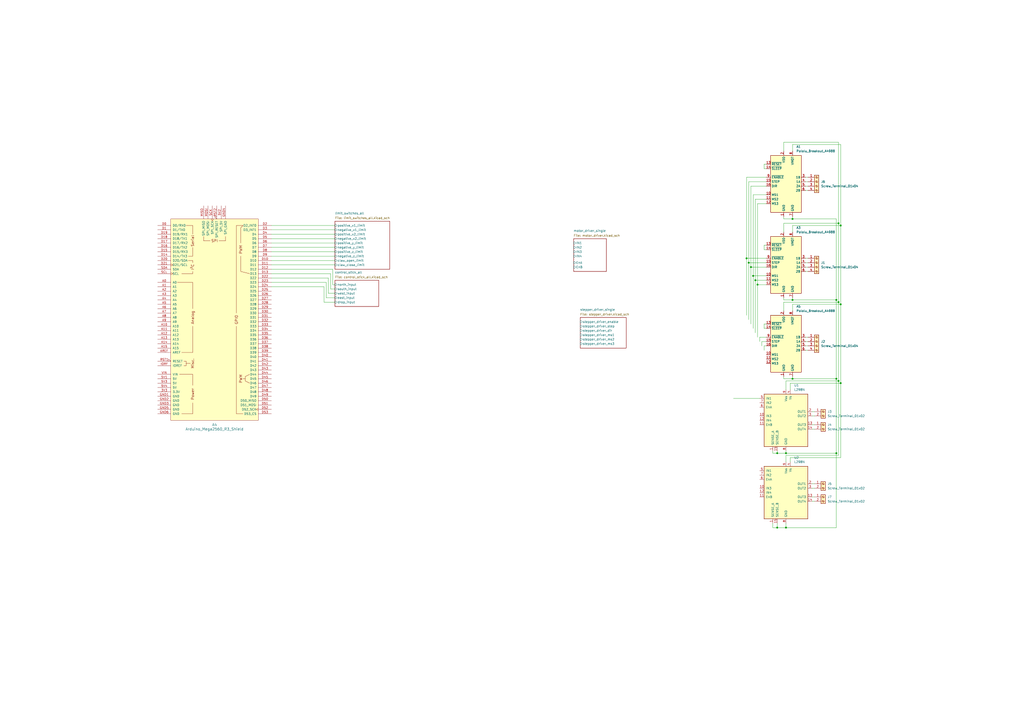
<source format=kicad_sch>
(kicad_sch (version 20230121) (generator eeschema)
  (paper "A2")
  (lib_symbols
    (symbol "Connector:Screw_Terminal_01x02" (pin_names (offset 1.016) hide)
      (property "Reference" "J" (at 0 2.54 0))
      (property "Value" "Screw_Terminal_01x02" (at 0 -5.08 0))
      (symbol "Screw_Terminal_01x02_1_1"
        (rectangle (start -1.27 1.27) (end 1.27 -3.81) (stroke (width 0.254)) (fill (type background)))
        (circle (center 0 -2.54) (radius 0.635) (stroke (width 0.1524)))
        (polyline (pts (xy -0.5334 -2.2098) (xy 0.3302 -3.048)) (stroke (width 0.1524)))
        (polyline (pts (xy -0.5334 0.3302) (xy 0.3302 -0.508)) (stroke (width 0.1524)))
        (polyline (pts (xy -0.3556 -2.032) (xy 0.508 -2.8702)) (stroke (width 0.1524)))
        (polyline (pts (xy -0.3556 0.508) (xy 0.508 -0.3302)) (stroke (width 0.1524)))
        (circle (center 0 0) (radius 0.635) (stroke (width 0.1524)))
        (pin passive line (at -5.08 0 0) (length 3.81) (name "Pin_1") (number "1"))
        (pin passive line (at -5.08 -2.54 0) (length 3.81) (name "Pin_2") (number "2"))
      )
    )
    (symbol "Connector:Screw_Terminal_01x04" (pin_names (offset 1.016) hide)
      (property "Reference" "J" (at 0 5.08 0))
      (property "Value" "Screw_Terminal_01x04" (at 0 -7.62 0))
      (symbol "Screw_Terminal_01x04_1_1"
        (rectangle (start -1.27 3.81) (end 1.27 -6.35) (stroke (width 0.254)) (fill (type background)))
        (circle (center 0 -5.08) (radius 0.635) (stroke (width 0.1524)))
        (circle (center 0 -2.54) (radius 0.635) (stroke (width 0.1524)))
        (polyline (pts (xy -0.5334 -4.7498) (xy 0.3302 -5.588)) (stroke (width 0.1524)))
        (polyline (pts (xy -0.5334 -2.2098) (xy 0.3302 -3.048)) (stroke (width 0.1524)))
        (polyline (pts (xy -0.5334 0.3302) (xy 0.3302 -0.508)) (stroke (width 0.1524)))
        (polyline (pts (xy -0.5334 2.8702) (xy 0.3302 2.032)) (stroke (width 0.1524)))
        (polyline (pts (xy -0.3556 -4.572) (xy 0.508 -5.4102)) (stroke (width 0.1524)))
        (polyline (pts (xy -0.3556 -2.032) (xy 0.508 -2.8702)) (stroke (width 0.1524)))
        (polyline (pts (xy -0.3556 0.508) (xy 0.508 -0.3302)) (stroke (width 0.1524)))
        (polyline (pts (xy -0.3556 3.048) (xy 0.508 2.2098)) (stroke (width 0.1524)))
        (circle (center 0 0) (radius 0.635) (stroke (width 0.1524)))
        (circle (center 0 2.54) (radius 0.635) (stroke (width 0.1524)))
        (pin passive line (at -5.08 2.54 0) (length 3.81) (name "Pin_1") (number "1"))
        (pin passive line (at -5.08 0 0) (length 3.81) (name "Pin_2") (number "2"))
        (pin passive line (at -5.08 -2.54 0) (length 3.81) (name "Pin_3") (number "3"))
        (pin passive line (at -5.08 -5.08 0) (length 3.81) (name "Pin_4") (number "4"))
      )
    )
    (symbol "Device:R_US" (pin_numbers hide) (pin_names (offset 0))
      (property "Reference" "R" (at 2.54 0 90))
      (property "Value" "R_US" (at -2.54 0 90))
      (symbol "R_US_0_1"
        (polyline (pts (xy 0 -2.286) (xy 0 -2.54)))
        (polyline (pts (xy 0 2.286) (xy 0 2.54)))
        (polyline (pts (xy 0 -0.762) (xy 1.016 -1.143) (xy 0 -1.524) (xy -1.016 -1.905) (xy 0 -2.286)))
        (polyline (pts (xy 0 0.762) (xy 1.016 0.381) (xy 0 0) (xy -1.016 -0.381) (xy 0 -0.762)))
        (polyline (pts (xy 0 2.286) (xy 1.016 1.905) (xy 0 1.524) (xy -1.016 1.143) (xy 0 0.762)))
      )
      (symbol "R_US_1_1"
        (pin passive line (at 0 3.81 270) (length 1.27) (name "~") (number "1"))
        (pin passive line (at 0 -3.81 90) (length 1.27) (name "~") (number "2"))
      )
    )
    (symbol "Driver_Motor:L298N" (pin_names (offset 1.016))
      (property "Reference" "U" (at -10.16 16.51 0))
      (property "Value" "L298N" (at 12.7 16.51 0))
      (symbol "L298N_0_1"
        (rectangle (start -12.7 15.24) (end 12.7 -15.24) (stroke (width 0.254)) (fill (type background)))
      )
      (symbol "L298N_1_1"
        (pin power_in line (at -7.62 -17.78 90) (length 2.54) (name "SENSE_A") (number "1"))
        (pin input line (at -15.24 2.54 0) (length 2.54) (name "IN3") (number "10"))
        (pin input line (at -15.24 -2.54 0) (length 2.54) (name "EnB") (number "11"))
        (pin input line (at -15.24 0 0) (length 2.54) (name "IN4") (number "12"))
        (pin output line (at 15.24 -2.54 180) (length 2.54) (name "OUT3") (number "13"))
        (pin output line (at 15.24 -5.08 180) (length 2.54) (name "OUT4") (number "14"))
        (pin power_in line (at -5.08 -17.78 90) (length 2.54) (name "SENSE_B") (number "15"))
        (pin output line (at 15.24 5.08 180) (length 2.54) (name "OUT1") (number "2"))
        (pin output line (at 15.24 2.54 180) (length 2.54) (name "OUT2") (number "3"))
        (pin power_in line (at 2.54 17.78 270) (length 2.54) (name "Vs") (number "4"))
        (pin input line (at -15.24 12.7 0) (length 2.54) (name "IN1") (number "5"))
        (pin input line (at -15.24 7.62 0) (length 2.54) (name "EnA") (number "6"))
        (pin input line (at -15.24 10.16 0) (length 2.54) (name "IN2") (number "7"))
        (pin power_in line (at 0 -17.78 90) (length 2.54) (name "GND") (number "8"))
        (pin power_in line (at 0 17.78 270) (length 2.54) (name "Vss") (number "9"))
      )
    )
    (symbol "Driver_Motor:Pololu_Breakout_A4988"
      (property "Reference" "A" (at -2.54 19.05 0))
      (property "Value" "Pololu_Breakout_A4988" (at -2.54 16.51 0))
      (symbol "Pololu_Breakout_A4988_0_1"
        (rectangle (start 10.16 -17.78) (end -7.62 15.24) (stroke (width 0.254)) (fill (type background)))
      )
      (symbol "Pololu_Breakout_A4988_1_1"
        (pin power_in line (at 0 -20.32 90) (length 2.54) (name "GND") (number "1"))
        (pin input line (at -10.16 -7.62 0) (length 2.54) (name "MS1") (number "10"))
        (pin input line (at -10.16 -10.16 0) (length 2.54) (name "MS2") (number "11"))
        (pin input line (at -10.16 -12.7 0) (length 2.54) (name "MS3") (number "12"))
        (pin input line (at -10.16 10.16 0) (length 2.54) (name "~{RESET}") (number "13"))
        (pin input line (at -10.16 7.62 0) (length 2.54) (name "~{SLEEP}") (number "14"))
        (pin input line (at -10.16 0 0) (length 2.54) (name "STEP") (number "15"))
        (pin input line (at -10.16 -2.54 0) (length 2.54) (name "DIR") (number "16"))
        (pin power_in line (at 0 17.78 270) (length 2.54) (name "VDD") (number "2"))
        (pin output line (at 12.7 2.54 180) (length 2.54) (name "1B") (number "3"))
        (pin output line (at 12.7 0 180) (length 2.54) (name "1A") (number "4"))
        (pin output line (at 12.7 -2.54 180) (length 2.54) (name "2A") (number "5"))
        (pin output line (at 12.7 -5.08 180) (length 2.54) (name "2B") (number "6"))
        (pin power_in line (at 5.08 -20.32 90) (length 2.54) (name "GND") (number "7"))
        (pin power_in line (at 5.08 17.78 270) (length 2.54) (name "VMOT") (number "8"))
        (pin input line (at -10.16 2.54 0) (length 2.54) (name "~{ENABLE}") (number "9"))
      )
    )
    (symbol "PCM_arduino-library:Arduino_Mega2560_R3_Shield" (pin_names (offset 1.016))
      (property "Reference" "A" (at 0 -62.23 0))
      (property "Value" "Arduino_Mega2560_R3_Shield" (at 0 -66.04 0))
      (symbol "Arduino_Mega2560_R3_Shield_0_0"
        (rectangle (start -25.4 -58.42) (end 25.4 58.42) (fill (type background)))
        (rectangle (start -20.32 -31.75) (end -12.7 -31.75))
        (rectangle (start -19.05 -54.61) (end -12.7 -54.61))
        (rectangle (start -19.05 -19.05) (end -12.7 -19.05))
        (rectangle (start -19.05 26.67) (end -12.7 26.67))
        (rectangle (start -17.78 -26.67) (end -16.51 -26.67))
        (rectangle (start -17.78 -24.13) (end -16.51 -24.13))
        (rectangle (start -16.51 -25.4) (end -13.97 -25.4))
        (rectangle (start -16.51 -24.13) (end -16.51 -26.67))
        (rectangle (start -16.51 54.61) (end -12.7 54.61))
        (rectangle (start -15.24 34.29) (end -12.7 34.29))
        (rectangle (start -15.24 36.83) (end -12.7 36.83))
        (rectangle (start -12.7 -54.61) (end -12.7 -48.26))
        (rectangle (start -12.7 -31.75) (end -12.7 -38.1))
        (rectangle (start -12.7 26.67) (end -12.7 27.94))
        (rectangle (start -12.7 34.29) (end -12.7 33.02))
        (rectangle (start -12.7 41.91) (end -12.7 36.83))
        (rectangle (start -12.7 49.53) (end -12.7 54.61))
        (rectangle (start -6.35 48.26) (end -6.35 45.72))
        (rectangle (start -2.54 45.72) (end -6.35 45.72))
        (polyline (pts (xy -21.59 21.59) (xy -12.7 21.59)))
        (polyline (pts (xy -12.7 -19.05) (xy -12.7 -3.81)))
        (polyline (pts (xy -12.7 6.35) (xy -12.7 21.59)))
        (polyline (pts (xy 12.7 -54.61) (xy 16.51 -54.61)))
        (polyline (pts (xy 12.7 54.61) (xy 16.51 54.61)))
        (polyline (pts (xy 17.78 -34.29) (xy 16.51 -34.29)))
        (polyline (pts (xy 15.24 36.83) (xy 15.24 27.94) (xy 20.32 26.67)))
        (polyline (pts (xy 15.24 44.45) (xy 15.24 53.34) (xy 16.51 54.61)))
        (polyline (pts (xy 20.32 -31.75) (xy 17.78 -33.02) (xy 17.78 -35.56) (xy 20.32 -36.83)))
        (rectangle (start 6.35 45.72) (end 2.54 45.72))
        (rectangle (start 6.35 48.26) (end 6.35 45.72))
        (text "Analog" (at -12.7 1.27 900) (effects (font (size 1.524 1.524))))
        (text "I²C" (at -12.7 30.48 900) (effects (font (size 1.524 1.524))))
        (text "Misc." (at -12.7 -25.4 900) (effects (font (size 1.524 1.524))))
        (text "Power" (at -12.7 -43.18 900) (effects (font (size 1.524 1.524))))
        (text "PWM" (at 15.24 -34.29 900) (effects (font (size 1.524 1.524))))
        (text "PWM" (at 15.24 40.64 900) (effects (font (size 1.524 1.524))))
        (text "Serial" (at -12.7 45.72 900) (effects (font (size 1.524 1.524))))
        (text "SPI" (at 0 45.72 0) (effects (font (size 1.524 1.524))))
      )
      (symbol "Arduino_Mega2560_R3_Shield_1_0"
        (rectangle (start 12.7 -54.61) (end 12.7 -3.81))
        (rectangle (start 12.7 54.61) (end 12.7 3.81))
        (text "GPIO" (at 12.7 0 900) (effects (font (size 1.524 1.524))))
      )
      (symbol "Arduino_Mega2560_R3_Shield_1_1"
        (pin power_out line (at -33.02 -41.91 0) (length 7.62) (name "3.3V") (number "3V3"))
        (pin power_in line (at -33.02 -34.29 0) (length 7.62) (name "5V") (number "5V1"))
        (pin power_in line (at 3.81 66.04 270) (length 7.62) (name "SPI_5V") (number "5V2"))
        (pin power_in line (at -33.02 -36.83 0) (length 7.62) (name "5V") (number "5V3"))
        (pin power_in line (at -33.02 -39.37 0) (length 7.62) (name "5V") (number "5V4"))
        (pin bidirectional line (at -33.02 21.59 0) (length 7.62) (name "A0") (number "A0"))
        (pin bidirectional line (at -33.02 19.05 0) (length 7.62) (name "A1") (number "A1"))
        (pin bidirectional line (at -33.02 -3.81 0) (length 7.62) (name "A10") (number "A10"))
        (pin bidirectional line (at -33.02 -6.35 0) (length 7.62) (name "A11") (number "A11"))
        (pin bidirectional line (at -33.02 -8.89 0) (length 7.62) (name "A12") (number "A12"))
        (pin bidirectional line (at -33.02 -11.43 0) (length 7.62) (name "A13") (number "A13"))
        (pin bidirectional line (at -33.02 -13.97 0) (length 7.62) (name "A14") (number "A14"))
        (pin bidirectional line (at -33.02 -16.51 0) (length 7.62) (name "A15") (number "A15"))
        (pin bidirectional line (at -33.02 16.51 0) (length 7.62) (name "A2") (number "A2"))
        (pin bidirectional line (at -33.02 13.97 0) (length 7.62) (name "A3") (number "A3"))
        (pin bidirectional line (at -33.02 11.43 0) (length 7.62) (name "A4") (number "A4"))
        (pin bidirectional line (at -33.02 8.89 0) (length 7.62) (name "A5") (number "A5"))
        (pin bidirectional line (at -33.02 6.35 0) (length 7.62) (name "A6") (number "A6"))
        (pin bidirectional line (at -33.02 3.81 0) (length 7.62) (name "A7") (number "A7"))
        (pin bidirectional line (at -33.02 1.27 0) (length 7.62) (name "A8") (number "A8"))
        (pin bidirectional line (at -33.02 -1.27 0) (length 7.62) (name "A9") (number "A9"))
        (pin input line (at -33.02 -19.05 0) (length 7.62) (name "AREF") (number "AREF"))
        (pin bidirectional line (at -33.02 54.61 0) (length 7.62) (name "D0/RX0") (number "D0"))
        (pin bidirectional line (at -33.02 52.07 0) (length 7.62) (name "D1/TX0") (number "D1"))
        (pin bidirectional line (at 33.02 34.29 180) (length 7.62) (name "D10") (number "D10"))
        (pin bidirectional line (at 33.02 31.75 180) (length 7.62) (name "D11") (number "D11"))
        (pin bidirectional line (at 33.02 29.21 180) (length 7.62) (name "D12") (number "D12"))
        (pin bidirectional line (at 33.02 26.67 180) (length 7.62) (name "D13") (number "D13"))
        (pin bidirectional line (at -33.02 36.83 0) (length 7.62) (name "D14/TX3") (number "D14"))
        (pin bidirectional line (at -33.02 39.37 0) (length 7.62) (name "D15/RX3") (number "D15"))
        (pin bidirectional line (at -33.02 41.91 0) (length 7.62) (name "D16/TX2") (number "D16"))
        (pin bidirectional line (at -33.02 44.45 0) (length 7.62) (name "D17/RX2") (number "D17"))
        (pin bidirectional line (at -33.02 46.99 0) (length 7.62) (name "D18/TX1") (number "D18"))
        (pin bidirectional line (at -33.02 49.53 0) (length 7.62) (name "D19/RX1") (number "D19"))
        (pin bidirectional line (at 33.02 54.61 180) (length 7.62) (name "D2_INT0") (number "D2"))
        (pin bidirectional line (at -33.02 34.29 0) (length 7.62) (name "D20/SDA") (number "D20"))
        (pin bidirectional clock (at -33.02 31.75 0) (length 7.62) (name "D21/SCL") (number "D21"))
        (pin bidirectional line (at 33.02 24.13 180) (length 7.62) (name "D22") (number "D22"))
        (pin bidirectional line (at 33.02 21.59 180) (length 7.62) (name "D23") (number "D23"))
        (pin bidirectional line (at 33.02 19.05 180) (length 7.62) (name "D24") (number "D24"))
        (pin bidirectional line (at 33.02 16.51 180) (length 7.62) (name "D25") (number "D25"))
        (pin bidirectional line (at 33.02 13.97 180) (length 7.62) (name "D26") (number "D26"))
        (pin bidirectional line (at 33.02 11.43 180) (length 7.62) (name "D27") (number "D27"))
        (pin bidirectional line (at 33.02 8.89 180) (length 7.62) (name "D28") (number "D28"))
        (pin bidirectional line (at 33.02 6.35 180) (length 7.62) (name "D29") (number "D29"))
        (pin bidirectional line (at 33.02 52.07 180) (length 7.62) (name "D3_INT1") (number "D3"))
        (pin bidirectional line (at 33.02 3.81 180) (length 7.62) (name "D30") (number "D30"))
        (pin bidirectional line (at 33.02 1.27 180) (length 7.62) (name "D31") (number "D31"))
        (pin bidirectional line (at 33.02 -1.27 180) (length 7.62) (name "D32") (number "D32"))
        (pin bidirectional line (at 33.02 -3.81 180) (length 7.62) (name "D33") (number "D33"))
        (pin bidirectional line (at 33.02 -6.35 180) (length 7.62) (name "D34") (number "D34"))
        (pin bidirectional line (at 33.02 -8.89 180) (length 7.62) (name "D35") (number "D35"))
        (pin bidirectional line (at 33.02 -11.43 180) (length 7.62) (name "D36") (number "D36"))
        (pin bidirectional line (at 33.02 -13.97 180) (length 7.62) (name "D37") (number "D37"))
        (pin bidirectional line (at 33.02 -16.51 180) (length 7.62) (name "D38") (number "D38"))
        (pin bidirectional line (at 33.02 -19.05 180) (length 7.62) (name "D39") (number "D39"))
        (pin bidirectional line (at 33.02 49.53 180) (length 7.62) (name "D4") (number "D4"))
        (pin bidirectional line (at 33.02 -21.59 180) (length 7.62) (name "D40") (number "D40"))
        (pin bidirectional line (at 33.02 -24.13 180) (length 7.62) (name "D41") (number "D41"))
        (pin bidirectional line (at 33.02 -26.67 180) (length 7.62) (name "D42") (number "D42"))
        (pin bidirectional line (at 33.02 -29.21 180) (length 7.62) (name "D43") (number "D43"))
        (pin bidirectional line (at 33.02 -31.75 180) (length 7.62) (name "D44") (number "D44"))
        (pin bidirectional line (at 33.02 -34.29 180) (length 7.62) (name "D45") (number "D45"))
        (pin bidirectional line (at 33.02 -36.83 180) (length 7.62) (name "D46") (number "D46"))
        (pin bidirectional line (at 33.02 -39.37 180) (length 7.62) (name "D47") (number "D47"))
        (pin bidirectional line (at 33.02 -41.91 180) (length 7.62) (name "D48") (number "D48"))
        (pin bidirectional line (at 33.02 -44.45 180) (length 7.62) (name "D49") (number "D49"))
        (pin bidirectional line (at 33.02 46.99 180) (length 7.62) (name "D5") (number "D5"))
        (pin bidirectional line (at 33.02 -46.99 180) (length 7.62) (name "D50_MISO") (number "D50"))
        (pin bidirectional line (at 33.02 -49.53 180) (length 7.62) (name "D51_MOSI") (number "D51"))
        (pin bidirectional clock (at 33.02 -52.07 180) (length 7.62) (name "D52_SCK") (number "D52"))
        (pin bidirectional line (at 33.02 -54.61 180) (length 7.62) (name "D53_CS") (number "D53"))
        (pin bidirectional line (at 33.02 44.45 180) (length 7.62) (name "D6") (number "D6"))
        (pin bidirectional line (at 33.02 41.91 180) (length 7.62) (name "D7") (number "D7"))
        (pin bidirectional line (at 33.02 39.37 180) (length 7.62) (name "D8") (number "D8"))
        (pin bidirectional line (at 33.02 36.83 180) (length 7.62) (name "D9") (number "D9"))
        (pin power_in line (at -33.02 -44.45 0) (length 7.62) (name "GND") (number "GND1"))
        (pin power_in line (at -33.02 -46.99 0) (length 7.62) (name "GND") (number "GND2"))
        (pin power_in line (at -33.02 -49.53 0) (length 7.62) (name "GND") (number "GND3"))
        (pin power_in line (at 6.35 66.04 270) (length 7.62) (name "SPI_GND") (number "GND4"))
        (pin power_in line (at -33.02 -52.07 0) (length 7.62) (name "GND") (number "GND5"))
        (pin power_in line (at -33.02 -54.61 0) (length 7.62) (name "GND") (number "GND6"))
        (pin output line (at -33.02 -26.67 0) (length 7.62) (name "IOREF") (number "IORF"))
        (pin input line (at -6.35 66.04 270) (length 7.62) (name "SPI_MISO") (number "MISO"))
        (pin output line (at -3.81 66.04 270) (length 7.62) (name "SPI_MOSI") (number "MOSI"))
        (pin open_collector input_low (at -33.02 -24.13 0) (length 7.62) (name "RESET") (number "RST1"))
        (pin open_collector input_low (at 1.27 66.04 270) (length 7.62) (name "SPI_RESET") (number "RST2"))
        (pin output clock (at -1.27 66.04 270) (length 7.62) (name "SPI_SCK") (number "SCK"))
        (pin bidirectional clock (at -33.02 26.67 0) (length 7.62) (name "SCL") (number "SCL"))
        (pin bidirectional line (at -33.02 29.21 0) (length 7.62) (name "SDA") (number "SDA"))
        (pin power_in line (at -33.02 -31.75 0) (length 7.62) (name "VIN") (number "VIN"))
      )
    )
    (symbol "Transistor_FET:AO3400A" (pin_names hide)
      (property "Reference" "Q" (at 5.08 1.905 0))
      (property "Value" "AO3400A" (at 5.08 0 0))
      (symbol "AO3400A_0_1"
        (polyline (pts (xy 0.254 0) (xy -2.54 0)))
        (polyline (pts (xy 0.254 1.905) (xy 0.254 -1.905)) (stroke (width 0.254)))
        (polyline (pts (xy 0.762 -1.27) (xy 0.762 -2.286)) (stroke (width 0.254)))
        (polyline (pts (xy 0.762 0.508) (xy 0.762 -0.508)) (stroke (width 0.254)))
        (polyline (pts (xy 0.762 2.286) (xy 0.762 1.27)) (stroke (width 0.254)))
        (polyline (pts (xy 2.54 2.54) (xy 2.54 1.778)))
        (polyline (pts (xy 2.54 -2.54) (xy 2.54 0) (xy 0.762 0)))
        (polyline (pts (xy 0.762 -1.778) (xy 3.302 -1.778) (xy 3.302 1.778) (xy 0.762 1.778)))
        (polyline (pts (xy 1.016 0) (xy 2.032 0.381) (xy 2.032 -0.381) (xy 1.016 0)) (fill (type outline)))
        (polyline (pts (xy 2.794 0.508) (xy 2.921 0.381) (xy 3.683 0.381) (xy 3.81 0.254)))
        (polyline (pts (xy 3.302 0.381) (xy 2.921 -0.254) (xy 3.683 -0.254) (xy 3.302 0.381)))
        (circle (center 1.651 0) (radius 2.794) (stroke (width 0.254)))
        (circle (center 2.54 -1.778) (radius 0.254) (fill (type outline)))
        (circle (center 2.54 1.778) (radius 0.254) (fill (type outline)))
      )
      (symbol "AO3400A_1_1"
        (pin input line (at -5.08 0 0) (length 2.54) (name "G") (number "1"))
        (pin passive line (at 2.54 -5.08 90) (length 2.54) (name "S") (number "2"))
        (pin passive line (at 2.54 5.08 270) (length 2.54) (name "D") (number "3"))
      )
    )
  )
  (junction (at 485.14 219.71))
  (junction (at 485.14 173.99))
  (junction (at 486.41 220.98))
  (junction (at 487.68 222.25))
  (junction (at 487.68 176.53))
  (junction (at 487.68 130.81))
  (junction (at 459.74 173.99))
  (junction (at 435.61 154.94))
  (junction (at 434.34 152.4))
  (junction (at 455.93 306.07))
  (junction (at 438.15 162.56))
  (junction (at 433.07 149.86))
  (junction (at 486.41 129.54))
  (junction (at 459.74 219.71))
  (junction (at 455.93 262.89))
  (junction (at 450.85 262.89))
  (junction (at 459.74 127))
  (junction (at 436.88 160.02))
  (junction (at 486.41 175.26))
  (junction (at 439.42 165.1))
  (junction (at 485.14 262.89))
  (junction (at 450.85 306.07))
  (wire (pts (xy 443.23 190.5) (xy 444.5 190.5)))
  (wire (pts (xy 455.93 261.62) (xy 455.93 262.89)))
  (wire (pts (xy 459.74 130.81) (xy 487.68 130.81)))
  (wire (pts (xy 455.93 226.06) (xy 455.93 220.98)))
  (wire (pts (xy 157.48 140.97) (xy 194.31 140.97)))
  (wire (pts (xy 440.69 195.58) (xy 440.69 198.12)))
  (wire (pts (xy 459.74 172.72) (xy 459.74 173.99)))
  (wire (pts (xy 454.66 125.73) (xy 454.66 127)))
  (wire (pts (xy 444.5 95.25) (xy 443.23 95.25)))
  (wire (pts (xy 433.07 102.87) (xy 433.07 149.86)))
  (wire (pts (xy 486.41 264.16) (xy 486.41 220.98)))
  (wire (pts (xy 185.42 612.14) (xy 187.96 612.14)))
  (wire (pts (xy 459.74 127) (xy 485.14 127)))
  (wire (pts (xy 448.31 303.53) (xy 448.31 306.07)))
  (wire (pts (xy 444.5 142.24) (xy 443.23 142.24)))
  (wire (pts (xy 434.34 105.41) (xy 434.34 152.4)))
  (wire (pts (xy 467.36 157.48) (xy 468.63 157.48)))
  (wire (pts (xy 458.47 226.06) (xy 458.47 222.25)))
  (wire (pts (xy 471.17 280.67) (xy 472.44 280.67)))
  (wire (pts (xy 467.36 102.87) (xy 468.63 102.87)))
  (wire (pts (xy 436.88 160.02) (xy 436.88 190.5)))
  (wire (pts (xy 467.36 110.49) (xy 468.63 110.49)))
  (wire (pts (xy 189.23 163.83) (xy 157.48 163.83)))
  (wire (pts (xy 185.42 549.91) (xy 187.96 549.91)))
  (wire (pts (xy 435.61 154.94) (xy 435.61 107.95)))
  (wire (pts (xy 443.23 97.79) (xy 444.5 97.79)))
  (wire (pts (xy 471.17 283.21) (xy 472.44 283.21)))
  (wire (pts (xy 467.36 195.58) (xy 468.63 195.58)))
  (wire (pts (xy 157.48 133.35) (xy 194.31 133.35)))
  (wire (pts (xy 454.66 219.71) (xy 459.74 219.71)))
  (wire (pts (xy 485.14 173.99) (xy 485.14 219.71)))
  (wire (pts (xy 157.48 146.05) (xy 194.31 146.05)))
  (wire (pts (xy 189.23 172.72) (xy 189.23 163.83)))
  (wire (pts (xy 455.93 220.98) (xy 486.41 220.98)))
  (wire (pts (xy 435.61 187.96) (xy 435.61 154.94)))
  (wire (pts (xy 443.23 144.78) (xy 444.5 144.78)))
  (wire (pts (xy 459.74 87.63) (xy 459.74 83.82)))
  (wire (pts (xy 459.74 83.82) (xy 487.68 83.82)))
  (wire (pts (xy 194.31 167.64) (xy 191.77 167.64)))
  (wire (pts (xy 459.74 134.62) (xy 459.74 130.81)))
  (wire (pts (xy 157.48 153.67) (xy 194.31 153.67)))
  (wire (pts (xy 471.17 238.76) (xy 472.44 238.76)))
  (wire (pts (xy 191.77 167.64) (xy 191.77 158.75)))
  (wire (pts (xy 443.23 187.96) (xy 443.23 190.5)))
  (wire (pts (xy 467.36 152.4) (xy 468.63 152.4)))
  (wire (pts (xy 435.61 107.95) (xy 444.5 107.95)))
  (wire (pts (xy 444.5 160.02) (xy 436.88 160.02)))
  (wire (pts (xy 485.14 306.07) (xy 485.14 262.89)))
  (wire (pts (xy 157.48 130.81) (xy 194.31 130.81)))
  (wire (pts (xy 187.96 175.26) (xy 187.96 166.37)))
  (wire (pts (xy 191.77 158.75) (xy 157.48 158.75)))
  (wire (pts (xy 190.5 170.18) (xy 194.31 170.18)))
  (wire (pts (xy 454.66 134.62) (xy 454.66 129.54)))
  (wire (pts (xy 190.5 161.29) (xy 190.5 170.18)))
  (wire (pts (xy 458.47 265.43) (xy 487.68 265.43)))
  (wire (pts (xy 454.66 175.26) (xy 486.41 175.26)))
  (wire (pts (xy 157.48 156.21) (xy 193.04 156.21)))
  (wire (pts (xy 185.42 591.82) (xy 187.96 591.82)))
  (wire (pts (xy 439.42 118.11) (xy 439.42 165.1)))
  (wire (pts (xy 444.5 105.41) (xy 434.34 105.41)))
  (wire (pts (xy 443.23 203.2) (xy 443.23 200.66)))
  (wire (pts (xy 450.85 261.62) (xy 450.85 262.89)))
  (wire (pts (xy 459.74 127) (xy 454.66 127)))
  (wire (pts (xy 440.69 231.14) (xy 425.45 231.14)))
  (wire (pts (xy 438.15 162.56) (xy 438.15 115.57)))
  (wire (pts (xy 471.17 290.83) (xy 472.44 290.83)))
  (wire (pts (xy 439.42 195.58) (xy 439.42 165.1)))
  (wire (pts (xy 187.96 166.37) (xy 157.48 166.37)))
  (wire (pts (xy 157.48 135.89) (xy 194.31 135.89)))
  (wire (pts (xy 467.36 107.95) (xy 468.63 107.95)))
  (wire (pts (xy 454.66 173.99) (xy 459.74 173.99)))
  (wire (pts (xy 467.36 200.66) (xy 468.63 200.66)))
  (wire (pts (xy 487.68 130.81) (xy 487.68 176.53)))
  (wire (pts (xy 467.36 149.86) (xy 468.63 149.86)))
  (wire (pts (xy 459.74 173.99) (xy 485.14 173.99)))
  (wire (pts (xy 454.66 129.54) (xy 486.41 129.54)))
  (wire (pts (xy 157.48 161.29) (xy 190.5 161.29)))
  (wire (pts (xy 455.93 262.89) (xy 485.14 262.89)))
  (wire (pts (xy 433.07 182.88) (xy 433.07 149.86)))
  (wire (pts (xy 444.5 152.4) (xy 434.34 152.4)))
  (wire (pts (xy 486.41 129.54) (xy 486.41 175.26)))
  (wire (pts (xy 157.48 138.43) (xy 194.31 138.43)))
  (wire (pts (xy 459.74 125.73) (xy 459.74 127)))
  (wire (pts (xy 485.14 262.89) (xy 485.14 219.71)))
  (wire (pts (xy 459.74 176.53) (xy 487.68 176.53)))
  (wire (pts (xy 444.5 187.96) (xy 443.23 187.96)))
  (wire (pts (xy 487.68 265.43) (xy 487.68 222.25)))
  (wire (pts (xy 471.17 288.29) (xy 472.44 288.29)))
  (wire (pts (xy 454.66 172.72) (xy 454.66 173.99)))
  (wire (pts (xy 438.15 162.56) (xy 444.5 162.56)))
  (wire (pts (xy 185.42 570.23) (xy 187.96 570.23)))
  (wire (pts (xy 467.36 203.2) (xy 468.63 203.2)))
  (wire (pts (xy 448.31 261.62) (xy 448.31 262.89)))
  (wire (pts (xy 459.74 218.44) (xy 459.74 219.71)))
  (wire (pts (xy 433.07 149.86) (xy 444.5 149.86)))
  (wire (pts (xy 193.04 156.21) (xy 193.04 165.1)))
  (wire (pts (xy 450.85 262.89) (xy 455.93 262.89)))
  (wire (pts (xy 487.68 83.82) (xy 487.68 130.81)))
  (wire (pts (xy 157.48 143.51) (xy 194.31 143.51)))
  (wire (pts (xy 455.93 264.16) (xy 486.41 264.16)))
  (wire (pts (xy 471.17 241.3) (xy 472.44 241.3)))
  (wire (pts (xy 440.69 195.58) (xy 444.5 195.58)))
  (wire (pts (xy 471.17 248.92) (xy 472.44 248.92)))
  (wire (pts (xy 448.31 306.07) (xy 450.85 306.07)))
  (wire (pts (xy 486.41 220.98) (xy 486.41 175.26)))
  (wire (pts (xy 434.34 152.4) (xy 434.34 185.42)))
  (wire (pts (xy 467.36 105.41) (xy 468.63 105.41)))
  (wire (pts (xy 458.47 267.97) (xy 458.47 265.43)))
  (wire (pts (xy 454.66 180.34) (xy 454.66 175.26)))
  (wire (pts (xy 486.41 82.55) (xy 486.41 129.54)))
  (wire (pts (xy 454.66 218.44) (xy 454.66 219.71)))
  (wire (pts (xy 436.88 113.03) (xy 436.88 160.02)))
  (wire (pts (xy 455.93 306.07) (xy 485.14 306.07)))
  (wire (pts (xy 455.93 267.97) (xy 455.93 264.16)))
  (wire (pts (xy 194.31 172.72) (xy 189.23 172.72)))
  (wire (pts (xy 443.23 200.66) (xy 444.5 200.66)))
  (wire (pts (xy 471.17 246.38) (xy 472.44 246.38)))
  (wire (pts (xy 459.74 180.34) (xy 459.74 176.53)))
  (wire (pts (xy 194.31 175.26) (xy 187.96 175.26)))
  (wire (pts (xy 157.48 151.13) (xy 194.31 151.13)))
  (wire (pts (xy 454.66 82.55) (xy 486.41 82.55)))
  (wire (pts (xy 459.74 219.71) (xy 485.14 219.71)))
  (wire (pts (xy 450.85 306.07) (xy 455.93 306.07)))
  (wire (pts (xy 455.93 303.53) (xy 455.93 306.07)))
  (wire (pts (xy 485.14 127) (xy 485.14 173.99)))
  (wire (pts (xy 193.04 165.1) (xy 194.31 165.1)))
  (wire (pts (xy 157.48 148.59) (xy 194.31 148.59)))
  (wire (pts (xy 450.85 303.53) (xy 450.85 306.07)))
  (wire (pts (xy 441.96 198.12) (xy 441.96 200.66)))
  (wire (pts (xy 467.36 198.12) (xy 468.63 198.12)))
  (wire (pts (xy 444.5 102.87) (xy 433.07 102.87)))
  (wire (pts (xy 435.61 154.94) (xy 444.5 154.94)))
  (wire (pts (xy 438.15 115.57) (xy 444.5 115.57)))
  (wire (pts (xy 439.42 165.1) (xy 444.5 165.1)))
  (wire (pts (xy 454.66 87.63) (xy 454.66 82.55)))
  (wire (pts (xy 487.68 222.25) (xy 487.68 176.53)))
  (wire (pts (xy 467.36 154.94) (xy 468.63 154.94)))
  (wire (pts (xy 444.5 118.11) (xy 439.42 118.11)))
  (wire (pts (xy 448.31 262.89) (xy 450.85 262.89)))
  (wire (pts (xy 443.23 142.24) (xy 443.23 144.78)))
  (wire (pts (xy 458.47 222.25) (xy 487.68 222.25)))
  (wire (pts (xy 444.5 198.12) (xy 441.96 198.12)))
  (wire (pts (xy 438.15 193.04) (xy 438.15 162.56)))
  (wire (pts (xy 443.23 95.25) (xy 443.23 97.79)))
  (wire (pts (xy 444.5 113.03) (xy 436.88 113.03)))
  (symbol (lib_id "Device:R_US") (at 181.61 591.82 90) (unit 1)
    (property "Reference" "R3" (at 181.61 585.47 90))
    (property "Value" "R_US" (at 181.61 588.01 90))
  )
  (symbol (lib_id "Connector:Screw_Terminal_01x04") (at 473.71 152.4 0) (unit 1)
    (property "Reference" "J1" (at 476.25 152.4 0) (effects (justify left)))
    (property "Value" "Screw_Terminal_01x04" (at 476.25 154.94 0) (effects (justify left)))
  )
  (symbol (lib_id "Driver_Motor:Pololu_Breakout_A4988") (at 454.66 105.41 0) (unit 1)
    (property "Reference" "A1" (at 461.9341 85.09 0) (effects (justify left)))
    (property "Value" "Pololu_Breakout_A4988" (at 461.9341 87.63 0) (effects (justify left)))
    (property "Footprint" "Module:Pololu_Breakout-16_15.2x20.3mm" (effects hide))
    (property "Datasheet" "https://www.pololu.com/product/2980/pictures" (effects hide))
  )
  (symbol (lib_id "Driver_Motor:Pololu_Breakout_A4988") (at 454.66 152.4 0) (unit 1)
    (property "Reference" "A3" (at 461.9341 132.08 0) (effects (justify left)))
    (property "Value" "Pololu_Breakout_A4988" (at 461.9341 134.62 0) (effects (justify left)))
    (property "Footprint" "Module:Pololu_Breakout-16_15.2x20.3mm" (effects hide))
    (property "Datasheet" "https://www.pololu.com/product/2980/pictures" (effects hide))
  )
  (symbol (lib_id "Connector:Screw_Terminal_01x02") (at 477.52 246.38 0) (unit 1)
    (property "Reference" "J4" (at 480.06 246.38 0) (effects (justify left)))
    (property "Value" "Screw_Terminal_01x02" (at 480.06 248.92 0) (effects (justify left)))
  )
  (symbol (lib_id "Driver_Motor:Pololu_Breakout_A4988") (at 454.66 198.12 0) (unit 1)
    (property "Reference" "A5" (at 461.9341 177.8 0) (effects (justify left)))
    (property "Value" "Pololu_Breakout_A4988" (at 461.9341 180.34 0) (effects (justify left)))
    (property "Footprint" "Module:Pololu_Breakout-16_15.2x20.3mm" (effects hide))
    (property "Datasheet" "https://www.pololu.com/product/2980/pictures" (effects hide))
  )
  (symbol (lib_id "Connector:Screw_Terminal_01x02") (at 477.52 280.67 0) (unit 1)
    (property "Reference" "J5" (at 480.06 280.67 0) (effects (justify left)))
    (property "Value" "Screw_Terminal_01x02" (at 480.06 283.21 0) (effects (justify left)))
  )
  (symbol (lib_id "Connector:Screw_Terminal_01x02") (at 477.52 288.29 0) (unit 1)
    (property "Reference" "J7" (at 480.06 288.29 0) (effects (justify left)))
    (property "Value" "Screw_Terminal_01x02" (at 480.06 290.83 0) (effects (justify left)))
  )
  (symbol (lib_id "Device:R_US") (at 181.61 570.23 90) (unit 1)
    (property "Reference" "R2" (at 181.61 563.88 90))
    (property "Value" "R_US" (at 181.61 566.42 90))
  )
  (symbol (lib_id "Transistor_FET:AO3400A") (at 193.04 591.82 0) (unit 1)
    (property "Reference" "Q3" (at 199.39 590.55 0) (effects (justify left)))
    (property "Value" "AO3400A" (at 199.39 593.09 0) (effects (justify left)))
    (property "Footprint" "Package_TO_SOT_SMD:SOT-23" (effects hide))
    (property "Datasheet" "http://www.aosmd.com/pdfs/datasheet/AO3400A.pdf" (effects hide))
  )
  (symbol (lib_id "Device:R_US") (at 181.61 549.91 90) (unit 1)
    (property "Reference" "R1" (at 181.61 543.56 90))
    (property "Value" "R_US" (at 181.61 546.1 90))
  )
  (symbol (lib_id "Connector:Screw_Terminal_01x04") (at 473.71 105.41 0) (unit 1)
    (property "Reference" "J6" (at 476.25 105.41 0) (effects (justify left)))
    (property "Value" "Screw_Terminal_01x04" (at 476.25 107.95 0) (effects (justify left)))
  )
  (symbol (lib_id "Transistor_FET:AO3400A") (at 193.04 549.91 0) (unit 1)
    (property "Reference" "Q1" (at 199.39 548.64 0) (effects (justify left)))
    (property "Value" "AO3400A" (at 199.39 551.18 0) (effects (justify left)))
    (property "Footprint" "Package_TO_SOT_SMD:SOT-23" (effects hide))
    (property "Datasheet" "http://www.aosmd.com/pdfs/datasheet/AO3400A.pdf" (effects hide))
  )
  (symbol (lib_id "PCM_arduino-library:Arduino_Mega2560_R3_Shield") (at 124.46 185.42 0) (unit 1)
    (property "Reference" "A4" (at 124.46 246.38 0) (effects (font (size 1.524 1.524))))
    (property "Value" "Arduino_Mega2560_R3_Shield" (at 124.46 248.92 0) (effects (font (size 1.524 1.524))))
    (property "Footprint" "PCM_arduino-library:Arduino_Mega2560_R3_Shield" (effects hide))
    (property "Datasheet" "https://docs.arduino.cc/hardware/mega-2560" (effects hide))
  )
  (symbol (lib_id "Driver_Motor:L298N") (at 455.93 243.84 0) (unit 1)
    (property "Reference" "U1" (at 460.6641 223.52 0) (effects (justify left)))
    (property "Value" "L298N" (at 460.6641 226.06 0) (effects (justify left)))
    (property "Footprint" "Package_TO_SOT_THT:TO-220-15_P2.54x2.54mm_StaggerOdd_Lead4.58mm_Vertical" (effects hide))
    (property "Datasheet" "http://www.st.com/st-web-ui/static/active/en/resource/technical/document/datasheet/CD00000240.pdf" (effects hide))
  )
  (symbol (lib_id "Connector:Screw_Terminal_01x02") (at 477.52 238.76 0) (unit 1)
    (property "Reference" "J3" (at 480.06 238.76 0) (effects (justify left)))
    (property "Value" "Screw_Terminal_01x02" (at 480.06 241.3 0) (effects (justify left)))
  )
  (symbol (lib_id "Connector:Screw_Terminal_01x04") (at 473.71 198.12 0) (unit 1)
    (property "Reference" "J2" (at 476.25 198.12 0) (effects (justify left)))
    (property "Value" "Screw_Terminal_01x04" (at 476.25 200.66 0) (effects (justify left)))
  )
  (symbol (lib_id "Device:R_US") (at 181.61 612.14 90) (unit 1)
    (property "Reference" "R4" (at 181.61 605.79 90))
    (property "Value" "R_US" (at 181.61 608.33 90))
  )
  (symbol (lib_id "Driver_Motor:L298N") (at 455.93 285.75 0) (unit 1)
    (property "Reference" "U2" (at 460.6641 265.43 0) (effects (justify left)))
    (property "Value" "L298N" (at 460.6641 267.97 0) (effects (justify left)))
    (property "Footprint" "Package_TO_SOT_THT:TO-220-15_P2.54x2.54mm_StaggerOdd_Lead4.58mm_Vertical" (effects hide))
    (property "Datasheet" "http://www.st.com/st-web-ui/static/active/en/resource/technical/document/datasheet/CD00000240.pdf" (effects hide))
  )
  (symbol (lib_id "Transistor_FET:AO3400A") (at 193.04 612.14 0) (unit 1)
    (property "Reference" "Q4" (at 199.39 610.87 0) (effects (justify left)))
    (property "Value" "AO3400A" (at 199.39 613.41 0) (effects (justify left)))
    (property "Footprint" "Package_TO_SOT_SMD:SOT-23" (effects hide))
    (property "Datasheet" "http://www.aosmd.com/pdfs/datasheet/AO3400A.pdf" (effects hide))
  )
  (symbol (lib_id "Transistor_FET:AO3400A") (at 193.04 570.23 0) (unit 1)
    (property "Reference" "Q2" (at 199.39 568.96 0) (effects (justify left)))
    (property "Value" "AO3400A" (at 199.39 571.5 0) (effects (justify left)))
    (property "Footprint" "Package_TO_SOT_SMD:SOT-23" (effects hide))
    (property "Datasheet" "http://www.aosmd.com/pdfs/datasheet/AO3400A.pdf" (effects hide))
  )
  (sheet (at 194.31 162.56) (size 25.4 15.24) (stroke (width 0.1524))
    (property "Sheetname" "control_stick_all" (at 194.31 158.75 0) (effects (justify left bottom)))
    (property "Sheetfile" "control_stick_all.kicad_sch" (at 194.31 160.02 0) (effects (justify left top)))
    (pin "south_input" input (at 194.31 167.64 180))
    (pin "west_input" input (at 194.31 170.18 180))
    (pin "north_input" input (at 194.31 165.1 180))
    (pin "east_input" input (at 194.31 172.72 180))
    (pin "drop_input" input (at 194.31 175.26 180))
  )
  (sheet (at 194.31 128.27) (size 31.75 27.94) (stroke (width 0.1524))
    (property "Sheetname" "limit_switches_all" (at 194.31 124.46 0) (effects (justify left bottom)))
    (property "Sheetfile" "limit_switches_all.kicad_sch" (at 194.31 125.73 0) (effects (justify left top)))
    (pin "negative_x1_limit" input (at 194.31 133.35 180))
    (pin "positive_x1_limit" input (at 194.31 130.81 180))
    (pin "positive_x2_limit" input (at 194.31 135.89 180))
    (pin "negative_x2_limit" input (at 194.31 138.43 180))
    (pin "positive_z_limit" input (at 194.31 146.05 180))
    (pin "negative_z_limit" input (at 194.31 148.59 180))
    (pin "negative_y_limit" input (at 194.31 143.51 180))
    (pin "claw_open_limit" input (at 194.31 151.13 180))
    (pin "claw_close_limit" input (at 194.31 153.67 180))
    (pin "positive_y_limit" input (at 194.31 140.97 180))
  )
  (sheet (at 336.55 184.15) (size 26.67 17.78) (stroke (width 0.1524))
    (property "Sheetname" "stepper_driver_single" (at 336.55 180.34 0) (effects (justify left bottom)))
    (property "Sheetfile" "stepper_driver.kicad_sch" (at 336.55 181.61 0) (effects (justify left top)))
    (pin "stepper_driver_enable" input (at 336.55 186.69 180))
    (pin "stepper_driver_ms2" input (at 336.55 196.85 180))
    (pin "stepper_driver_ms1" input (at 336.55 194.31 180))
    (pin "stepper_driver_step" input (at 336.55 189.23 180))
    (pin "stepper_driver_dir" input (at 336.55 191.77 180))
    (pin "stepper_driver_ms3" input (at 336.55 199.39 180))
  )
  (sheet (at 332.74 138.43) (size 19.05 19.05) (stroke (width 0.1524))
    (property "Sheetname" "motor_driver_single" (at 332.74 134.62 0) (effects (justify left bottom)))
    (property "Sheetfile" "motor_driver.kicad_sch" (at 332.74 135.89 0) (effects (justify left top)))
    (pin "IN1" input (at 332.74 140.97 180))
    (pin "IN2" input (at 332.74 143.51 180))
    (pin "EnA" input (at 332.74 152.4 180))
    (pin "EnB" input (at 332.74 154.94 180))
    (pin "IN4" input (at 332.74 148.59 180))
    (pin "IN3" input (at 332.74 146.05 180))
  )
)
</source>
